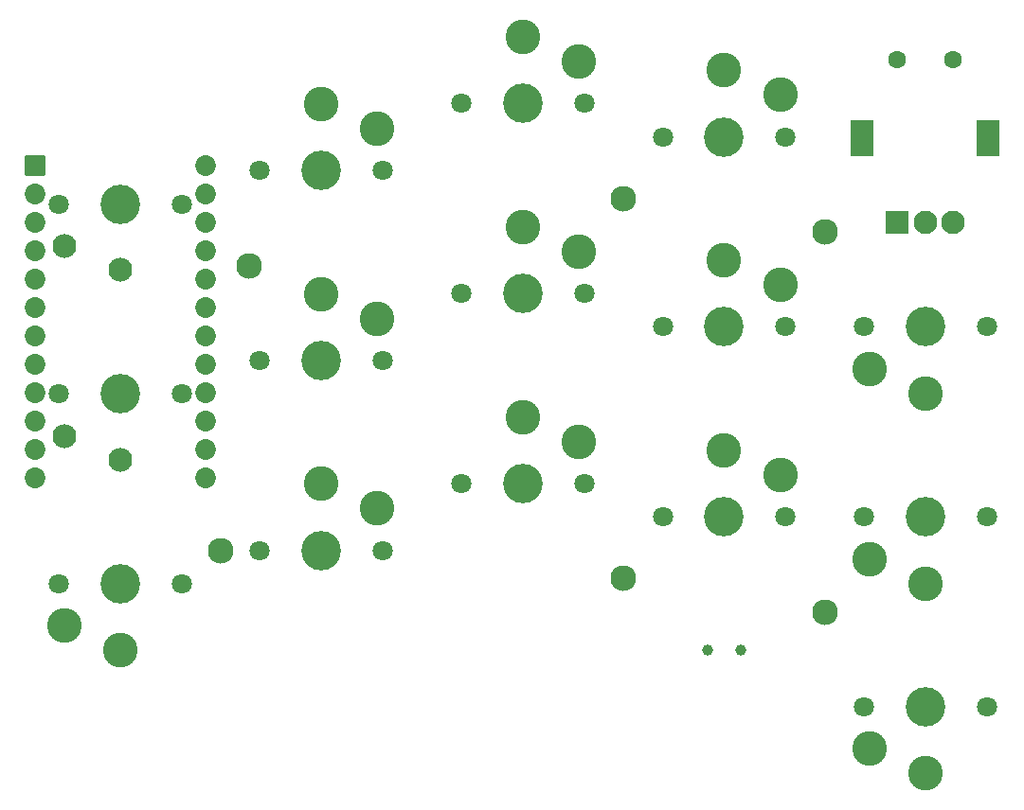
<source format=gbr>
%TF.GenerationSoftware,KiCad,Pcbnew,(7.0.0-0)*%
%TF.CreationDate,2023-02-22T17:52:08+08:00*%
%TF.ProjectId,right,72696768-742e-46b6-9963-61645f706362,v1.0.0*%
%TF.SameCoordinates,Original*%
%TF.FileFunction,Soldermask,Top*%
%TF.FilePolarity,Negative*%
%FSLAX46Y46*%
G04 Gerber Fmt 4.6, Leading zero omitted, Abs format (unit mm)*
G04 Created by KiCad (PCBNEW (7.0.0-0)) date 2023-02-22 17:52:08*
%MOMM*%
%LPD*%
G01*
G04 APERTURE LIST*
G04 Aperture macros list*
%AMRoundRect*
0 Rectangle with rounded corners*
0 $1 Rounding radius*
0 $2 $3 $4 $5 $6 $7 $8 $9 X,Y pos of 4 corners*
0 Add a 4 corners polygon primitive as box body*
4,1,4,$2,$3,$4,$5,$6,$7,$8,$9,$2,$3,0*
0 Add four circle primitives for the rounded corners*
1,1,$1+$1,$2,$3*
1,1,$1+$1,$4,$5*
1,1,$1+$1,$6,$7*
1,1,$1+$1,$8,$9*
0 Add four rect primitives between the rounded corners*
20,1,$1+$1,$2,$3,$4,$5,0*
20,1,$1+$1,$4,$5,$6,$7,0*
20,1,$1+$1,$6,$7,$8,$9,0*
20,1,$1+$1,$8,$9,$2,$3,0*%
G04 Aperture macros list end*
%ADD10C,3.529000*%
%ADD11C,1.801800*%
%ADD12C,3.100000*%
%ADD13C,2.132000*%
%ADD14RoundRect,0.050000X1.000000X-1.000000X1.000000X1.000000X-1.000000X1.000000X-1.000000X-1.000000X0*%
%ADD15C,2.100000*%
%ADD16C,1.600000*%
%ADD17RoundRect,0.050000X1.000000X-1.600000X1.000000X1.600000X-1.000000X1.600000X-1.000000X-1.600000X0*%
%ADD18C,1.000000*%
%ADD19RoundRect,0.050000X-0.876300X0.876300X-0.876300X-0.876300X0.876300X-0.876300X0.876300X0.876300X0*%
%ADD20C,1.852600*%
%ADD21C,2.300000*%
G04 APERTURE END LIST*
D10*
%TO.C,S1*%
X72000000Y23000000D03*
D11*
X77500000Y23000000D03*
X66500000Y23000000D03*
D12*
X67000000Y19250000D03*
X72000000Y17050000D03*
%TD*%
D10*
%TO.C,S2*%
X72000000Y6000000D03*
D11*
X77500000Y6000000D03*
X66500000Y6000000D03*
D12*
X67000000Y2250000D03*
X72000000Y50000D03*
%TD*%
D10*
%TO.C,S3*%
X72000000Y-11000000D03*
D11*
X77500000Y-11000000D03*
X66500000Y-11000000D03*
D12*
X67000000Y-14750000D03*
X72000000Y-16950000D03*
%TD*%
D10*
%TO.C,S4*%
X54000000Y40000000D03*
D11*
X48500000Y40000000D03*
X59500000Y40000000D03*
D12*
X59000000Y43750000D03*
X54000000Y45950000D03*
%TD*%
D10*
%TO.C,S5*%
X54000000Y23000000D03*
D11*
X48500000Y23000000D03*
X59500000Y23000000D03*
D12*
X59000000Y26750000D03*
X54000000Y28950000D03*
%TD*%
D10*
%TO.C,S6*%
X54000000Y6000000D03*
D11*
X48500000Y6000000D03*
X59500000Y6000000D03*
D12*
X59000000Y9750000D03*
X54000000Y11950000D03*
%TD*%
D10*
%TO.C,S7*%
X36000000Y43000000D03*
D11*
X30500000Y43000000D03*
X41500000Y43000000D03*
D12*
X41000000Y46750000D03*
X36000000Y48950000D03*
%TD*%
D10*
%TO.C,S8*%
X36000000Y26000000D03*
D11*
X30500000Y26000000D03*
X41500000Y26000000D03*
D12*
X41000000Y29750000D03*
X36000000Y31950000D03*
%TD*%
D10*
%TO.C,S9*%
X36000000Y9000000D03*
D11*
X30500000Y9000000D03*
X41500000Y9000000D03*
D12*
X41000000Y12750000D03*
X36000000Y14950000D03*
%TD*%
D10*
%TO.C,S10*%
X18000000Y37000000D03*
D11*
X12500000Y37000000D03*
X23500000Y37000000D03*
D12*
X23000000Y40750000D03*
X18000000Y42950000D03*
%TD*%
D10*
%TO.C,S11*%
X18000000Y20000000D03*
D11*
X12500000Y20000000D03*
X23500000Y20000000D03*
D12*
X23000000Y23750000D03*
X18000000Y25950000D03*
%TD*%
D10*
%TO.C,S12*%
X18000000Y3000000D03*
D11*
X12500000Y3000000D03*
X23500000Y3000000D03*
D12*
X23000000Y6750000D03*
X18000000Y8950000D03*
%TD*%
D10*
%TO.C,S13*%
X0Y34000000D03*
D11*
X5500000Y34000000D03*
X-5500000Y34000000D03*
D13*
X-5000000Y30200000D03*
X0Y28100000D03*
%TD*%
D10*
%TO.C,S14*%
X0Y17000000D03*
D11*
X5500000Y17000000D03*
X-5500000Y17000000D03*
D13*
X-5000000Y13200000D03*
X0Y11100000D03*
%TD*%
D10*
%TO.C,S15*%
X0Y0D03*
D11*
X5500000Y0D03*
X-5500000Y0D03*
D12*
X-5000000Y-3750000D03*
X0Y-5950000D03*
%TD*%
D14*
%TO.C,ROT1*%
X69460000Y32380000D03*
D15*
X71960000Y32380000D03*
X74460000Y32380000D03*
D16*
X69460000Y46880000D03*
X74460000Y46880000D03*
D17*
X66360000Y39880000D03*
X77560000Y39880000D03*
%TD*%
D18*
%TO.C,SS1*%
X55500000Y-5930000D03*
X52500000Y-5930000D03*
%TD*%
D19*
%TO.C,MCU1*%
X-7620000Y37470000D03*
D20*
X-7620000Y34930000D03*
X-7620000Y32390000D03*
X-7620000Y29850000D03*
X-7620000Y27310000D03*
X-7620000Y24770000D03*
X-7620000Y22230000D03*
X-7620000Y19690000D03*
X-7620000Y17150000D03*
X-7620000Y14610000D03*
X-7620000Y12070000D03*
X-7620000Y9530000D03*
X7620000Y37470000D03*
X7620000Y34930000D03*
X7620000Y32390000D03*
X7620000Y29850000D03*
X7620000Y27310000D03*
X7620000Y24770000D03*
X7620000Y22230000D03*
X7620000Y19690000D03*
X7620000Y17150000D03*
X7620000Y14610000D03*
X7620000Y12070000D03*
X7620000Y9530000D03*
%TD*%
D21*
%TO.C,H1*%
X63000000Y-2500000D03*
%TD*%
%TO.C,H2*%
X63000000Y31500000D03*
%TD*%
%TO.C,H3*%
X45000000Y500000D03*
%TD*%
%TO.C,H4*%
X45000000Y34500000D03*
%TD*%
%TO.C,H5*%
X9000000Y3000000D03*
%TD*%
%TO.C,H6*%
X11500000Y28500000D03*
%TD*%
M02*

</source>
